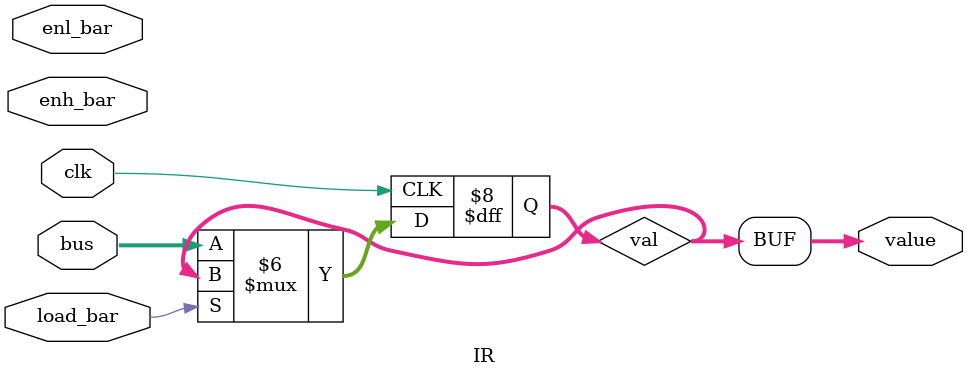
<source format=v>
/* Instruction register

   When "enl" is 1, gives val&0xff on to bus
   When "enh" is 1, gives 0xff00 + (val&0xff) on to bus
   When "load" is 1 and clock edge rises, takes in new value from the bus
   Always gives current value to 'value'
*/
module IR(clk, bus, load_bar, enl_bar, enh_bar, value);
    input clk;
    inout [15:0] bus;
    input load_bar;
    input enl_bar;
    input enh_bar;
    output [15:0] value;

    reg [15:0] val = 0;

    assign load = !load_bar;
    assign enl = !enl_bar;
    assign enh = !enh_bar;

    assign value = val;

    always @ (posedge clk) begin
        if (load) val <= bus;
    end
endmodule

</source>
